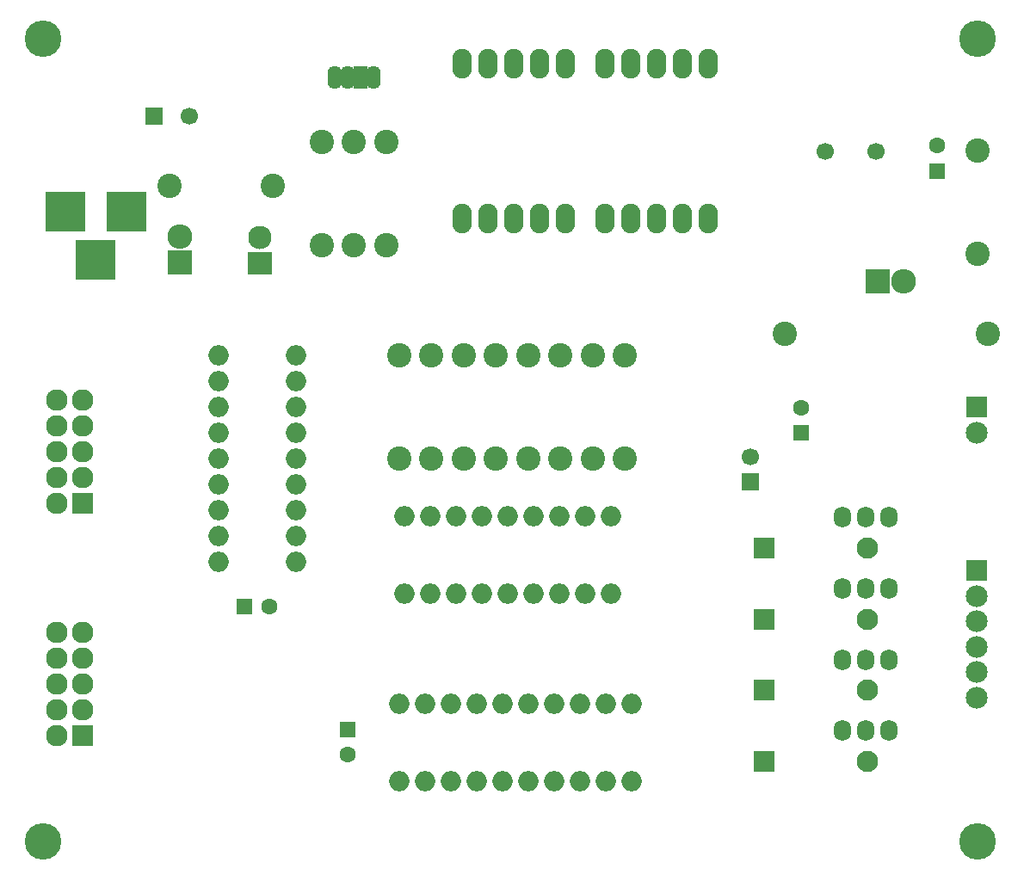
<source format=gbs>
G04 #@! TF.FileFunction,Soldermask,Bot*
%FSLAX46Y46*%
G04 Gerber Fmt 4.6, Leading zero omitted, Abs format (unit mm)*
G04 Created by KiCad (PCBNEW 4.0.5) date 03/29/17 16:27:12*
%MOMM*%
%LPD*%
G01*
G04 APERTURE LIST*
%ADD10C,0.100000*%
%ADD11C,3.600000*%
%ADD12O,1.924000X2.924000*%
%ADD13C,2.398980*%
%ADD14C,1.700000*%
%ADD15R,1.700000X1.700000*%
%ADD16R,1.600000X1.600000*%
%ADD17C,1.600000*%
%ADD18R,2.127200X2.127200*%
%ADD19O,2.127200X2.127200*%
%ADD20R,2.400000X2.300000*%
%ADD21C,2.300000*%
%ADD22O,2.000000X2.000000*%
%ADD23R,3.900120X3.900120*%
%ADD24R,2.150000X2.150000*%
%ADD25C,2.150000*%
%ADD26O,1.400000X2.305000*%
%ADD27R,1.400000X2.305000*%
%ADD28C,2.099260*%
%ADD29R,2.099260X2.099260*%
%ADD30O,1.700000X2.100000*%
%ADD31R,2.432000X2.432000*%
%ADD32O,2.432000X2.432000*%
G04 APERTURE END LIST*
D10*
D11*
X104010000Y-132970000D03*
X196010000Y-132970000D03*
X196010000Y-53970000D03*
D12*
X145300000Y-71620000D03*
X147840000Y-71620000D03*
X150380000Y-71620000D03*
X152920000Y-71620000D03*
X155460000Y-71620000D03*
X155460000Y-56380000D03*
X152920000Y-56380000D03*
X150380000Y-56380000D03*
X147840000Y-56380000D03*
X145300000Y-56380000D03*
D13*
X139065000Y-95250000D03*
X139065000Y-85090000D03*
D14*
X186010000Y-65000000D03*
X181010000Y-65000000D03*
X118435000Y-61595000D03*
D15*
X114935000Y-61595000D03*
D14*
X173670000Y-95060000D03*
D15*
X173670000Y-97560000D03*
D16*
X178645000Y-92760000D03*
D17*
X178645000Y-90260000D03*
D16*
X133985000Y-121920000D03*
D17*
X133985000Y-124420000D03*
D16*
X123825000Y-109855000D03*
D17*
X126325000Y-109855000D03*
D18*
X107950000Y-99695000D03*
D19*
X105410000Y-99695000D03*
X107950000Y-97155000D03*
X105410000Y-97155000D03*
X107950000Y-94615000D03*
X105410000Y-94615000D03*
X107950000Y-92075000D03*
X105410000Y-92075000D03*
X107950000Y-89535000D03*
X105410000Y-89535000D03*
D18*
X107950000Y-122555000D03*
D19*
X105410000Y-122555000D03*
X107950000Y-120015000D03*
X105410000Y-120015000D03*
X107950000Y-117475000D03*
X105410000Y-117475000D03*
X107950000Y-114935000D03*
X105410000Y-114935000D03*
X107950000Y-112395000D03*
X105410000Y-112395000D03*
D20*
X125410000Y-76010000D03*
D21*
X125410000Y-73470000D03*
D12*
X159300000Y-71620000D03*
X161840000Y-71620000D03*
X164380000Y-71620000D03*
X166920000Y-71620000D03*
X169460000Y-71620000D03*
X169460000Y-56380000D03*
X166920000Y-56380000D03*
X164380000Y-56380000D03*
X161840000Y-56380000D03*
X159300000Y-56380000D03*
D22*
X121285000Y-85090000D03*
X121285000Y-87630000D03*
X121285000Y-90170000D03*
X121285000Y-92710000D03*
X121285000Y-95250000D03*
X121285000Y-97790000D03*
X121285000Y-100330000D03*
X121285000Y-102870000D03*
X121285000Y-105410000D03*
X128905000Y-105410000D03*
X128905000Y-102870000D03*
X128905000Y-100330000D03*
X128905000Y-97790000D03*
X128905000Y-95250000D03*
X128905000Y-92710000D03*
X128905000Y-90170000D03*
X128905000Y-87630000D03*
X128905000Y-85090000D03*
X139065000Y-127000000D03*
X141605000Y-127000000D03*
X144145000Y-127000000D03*
X146685000Y-127000000D03*
X149225000Y-127000000D03*
X151765000Y-127000000D03*
X154305000Y-127000000D03*
X156845000Y-127000000D03*
X159385000Y-127000000D03*
X161925000Y-127000000D03*
X161925000Y-119380000D03*
X159385000Y-119380000D03*
X156845000Y-119380000D03*
X154305000Y-119380000D03*
X151765000Y-119380000D03*
X149225000Y-119380000D03*
X146685000Y-119380000D03*
X144145000Y-119380000D03*
X141605000Y-119380000D03*
X139065000Y-119380000D03*
D23*
X112245140Y-70970000D03*
X106245660Y-70970000D03*
X109245400Y-75669000D03*
D13*
X116520000Y-68390000D03*
X126680000Y-68390000D03*
X131445000Y-64135000D03*
X131445000Y-74295000D03*
X134620000Y-64135000D03*
X134620000Y-74295000D03*
X137795000Y-64135000D03*
X137795000Y-74295000D03*
X142240000Y-95250000D03*
X142240000Y-85090000D03*
X145415000Y-95250000D03*
X145415000Y-85090000D03*
X148590000Y-95250000D03*
X148590000Y-85090000D03*
X151765000Y-95250000D03*
X151765000Y-85090000D03*
X154940000Y-95250000D03*
X154940000Y-85090000D03*
X158115000Y-95250000D03*
X158115000Y-85090000D03*
X161290000Y-95250000D03*
X161290000Y-85090000D03*
X196010000Y-64970000D03*
X196010000Y-75130000D03*
D24*
X195920000Y-90190000D03*
D25*
X195920000Y-92690000D03*
D24*
X195920000Y-106280000D03*
D25*
X195920000Y-108780000D03*
X195920000Y-111280000D03*
X195920000Y-113780000D03*
X195920000Y-116280000D03*
X195920000Y-118780000D03*
D26*
X136525000Y-57785000D03*
D27*
X135255000Y-57785000D03*
D26*
X133985000Y-57785000D03*
X132715000Y-57785000D03*
D28*
X185150520Y-125057460D03*
D29*
X174990520Y-125057460D03*
D28*
X185150520Y-118057460D03*
D29*
X174990520Y-118057460D03*
D28*
X185150520Y-111057460D03*
D29*
X174990520Y-111057460D03*
D28*
X185150520Y-104057460D03*
D29*
X174990520Y-104057460D03*
D30*
X184990000Y-122060000D03*
X182698920Y-122060000D03*
X187281080Y-122060000D03*
X184990000Y-115060000D03*
X182698920Y-115060000D03*
X187281080Y-115060000D03*
X184990000Y-108060000D03*
X182698920Y-108060000D03*
X187281080Y-108060000D03*
X184990000Y-101060000D03*
X182698920Y-101060000D03*
X187281080Y-101060000D03*
D16*
X192010000Y-66970000D03*
D17*
X192010000Y-64470000D03*
D31*
X117475000Y-75970000D03*
D32*
X117475000Y-73430000D03*
D31*
X186154100Y-77800700D03*
D32*
X188694100Y-77800700D03*
D13*
X197010000Y-82970000D03*
X177010000Y-82970000D03*
D22*
X139634000Y-108585000D03*
X142174000Y-108585000D03*
X144714000Y-108585000D03*
X147254000Y-108585000D03*
X149794000Y-108585000D03*
X152334000Y-108585000D03*
X154874000Y-108585000D03*
X157414000Y-108585000D03*
X159954000Y-108585000D03*
X159954000Y-100965000D03*
X157414000Y-100965000D03*
X154874000Y-100965000D03*
X152334000Y-100965000D03*
X149794000Y-100965000D03*
X147254000Y-100965000D03*
X144714000Y-100965000D03*
X142174000Y-100965000D03*
X139634000Y-100965000D03*
D11*
X104010000Y-53970000D03*
M02*

</source>
